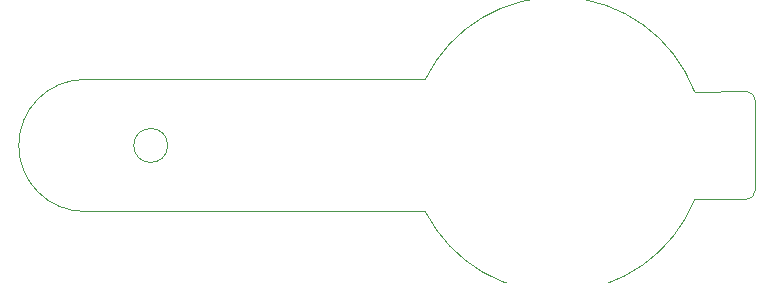
<source format=gm1>
%TF.GenerationSoftware,KiCad,Pcbnew,8.0.9-8.0.9-0~ubuntu22.04.1*%
%TF.CreationDate,2025-03-02T22:26:52+02:00*%
%TF.ProjectId,Project_1_LED_Touch,50726f6a-6563-4745-9f31-5f4c45445f54,1*%
%TF.SameCoordinates,Original*%
%TF.FileFunction,Profile,NP*%
%FSLAX46Y46*%
G04 Gerber Fmt 4.6, Leading zero omitted, Abs format (unit mm)*
G04 Created by KiCad (PCBNEW 8.0.9-8.0.9-0~ubuntu22.04.1) date 2025-03-02 22:26:52*
%MOMM*%
%LPD*%
G01*
G04 APERTURE LIST*
%TA.AperFunction,Profile*%
%ADD10C,0.050000*%
%TD*%
G04 APERTURE END LIST*
D10*
X181864000Y-123190000D02*
X181864000Y-130810000D01*
X181102000Y-122428000D02*
G75*
G02*
X181864000Y-123190000I0J-762000D01*
G01*
X181864000Y-130810000D02*
G75*
G02*
X181102000Y-131572000I-762000J0D01*
G01*
X176745913Y-131556682D02*
X181102000Y-131572000D01*
X176725972Y-122450076D02*
X181102000Y-122428000D01*
X153924000Y-121412000D02*
G75*
G02*
X176725973Y-122450076I11176000J-5461000D01*
G01*
X176745913Y-131556682D02*
G75*
G02*
X153924001Y-132588000I-11645913J4683682D01*
G01*
X125095000Y-132588000D02*
X153924000Y-132588000D01*
X125095000Y-121412000D02*
X153924000Y-121412000D01*
X125095000Y-132588000D02*
G75*
G02*
X125095000Y-121412000I0J5588000D01*
G01*
X132119841Y-127000000D02*
G75*
G02*
X129246159Y-127000000I-1436841J0D01*
G01*
X129246159Y-127000000D02*
G75*
G02*
X132119841Y-127000000I1436841J0D01*
G01*
M02*

</source>
